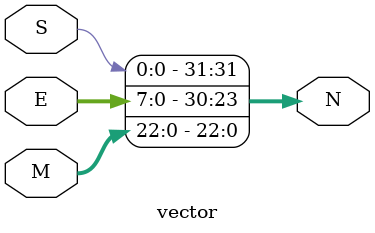
<source format=v>
module vector (
    input S,
    input [7:0] E,
    input [22:0] M,
    output reg [31:0] N
);

  always @ * begin 
   N[31] = S;
   N[30:23] = E;
   N[22:0] = M;
  end
endmodule
</source>
